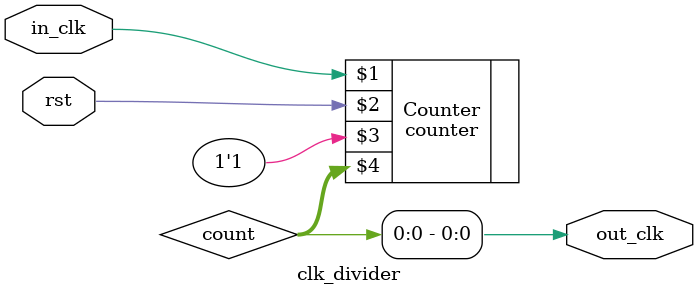
<source format=sv>
module clk_divider #(parameter N=2)(input in_clk, rst, output logic out_clk);

	logic[N-1:0] count;
	
	counter #(N) Counter(in_clk, rst, 1'b1, count);
	
	assign out_clk = count[N-2];
	
	
endmodule 
</source>
